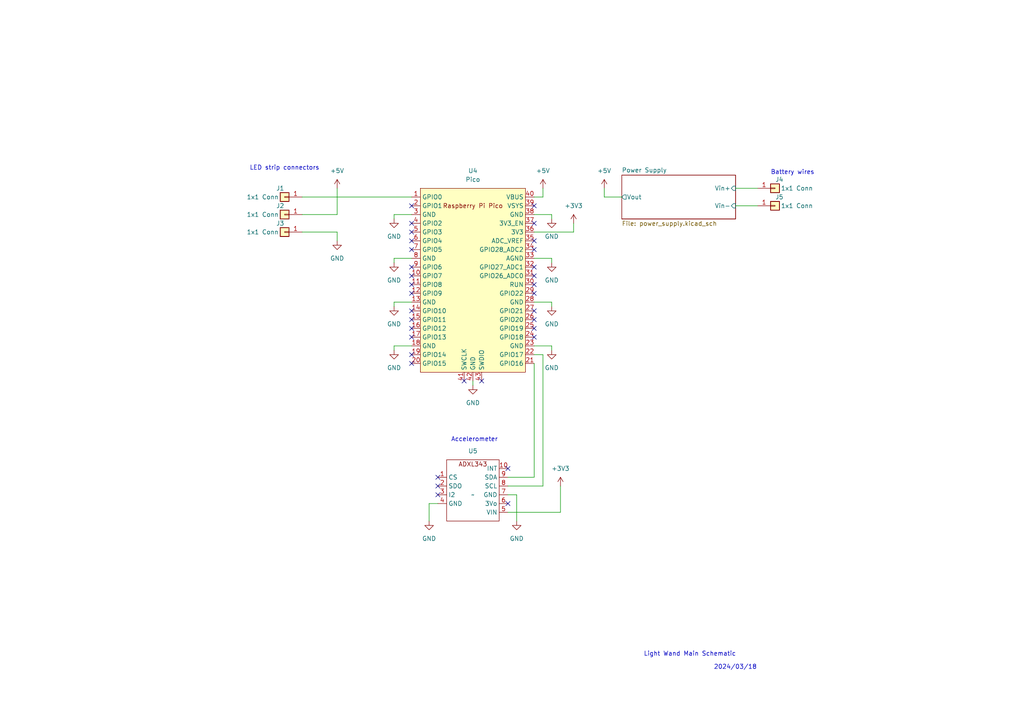
<source format=kicad_sch>
(kicad_sch (version 20230121) (generator eeschema)

  (uuid 1490551a-2c24-45df-b317-45d6c7f84af9)

  (paper "A4")

  (lib_symbols
    (symbol "Connector_Generic:Conn_01x01" (pin_names (offset 1.016) hide) (in_bom yes) (on_board yes)
      (property "Reference" "J" (at 0 2.54 0)
        (effects (font (size 1.27 1.27)))
      )
      (property "Value" "Conn_01x01" (at 0 -2.54 0)
        (effects (font (size 1.27 1.27)))
      )
      (property "Footprint" "" (at 0 0 0)
        (effects (font (size 1.27 1.27)) hide)
      )
      (property "Datasheet" "~" (at 0 0 0)
        (effects (font (size 1.27 1.27)) hide)
      )
      (property "ki_keywords" "connector" (at 0 0 0)
        (effects (font (size 1.27 1.27)) hide)
      )
      (property "ki_description" "Generic connector, single row, 01x01, script generated (kicad-library-utils/schlib/autogen/connector/)" (at 0 0 0)
        (effects (font (size 1.27 1.27)) hide)
      )
      (property "ki_fp_filters" "Connector*:*_1x??_*" (at 0 0 0)
        (effects (font (size 1.27 1.27)) hide)
      )
      (symbol "Conn_01x01_1_1"
        (rectangle (start -1.27 0.127) (end 0 -0.127)
          (stroke (width 0.1524) (type default))
          (fill (type none))
        )
        (rectangle (start -1.27 1.27) (end 1.27 -1.27)
          (stroke (width 0.254) (type default))
          (fill (type background))
        )
        (pin passive line (at -5.08 0 0) (length 3.81)
          (name "Pin_1" (effects (font (size 1.27 1.27))))
          (number "1" (effects (font (size 1.27 1.27))))
        )
      )
    )
    (symbol "MCU_RaspberryPi_and_Boards:Pico" (in_bom yes) (on_board yes)
      (property "Reference" "U" (at -13.97 27.94 0)
        (effects (font (size 1.27 1.27)))
      )
      (property "Value" "Pico" (at 0 19.05 0)
        (effects (font (size 1.27 1.27)))
      )
      (property "Footprint" "RPi_Pico:RPi_Pico_SMD_TH" (at 0 0 90)
        (effects (font (size 1.27 1.27)) hide)
      )
      (property "Datasheet" "" (at 0 0 0)
        (effects (font (size 1.27 1.27)) hide)
      )
      (symbol "Pico_0_0"
        (text "Raspberry Pi Pico" (at 0 21.59 0)
          (effects (font (size 1.27 1.27)))
        )
      )
      (symbol "Pico_0_1"
        (rectangle (start -15.24 26.67) (end 15.24 -26.67)
          (stroke (width 0) (type default))
          (fill (type background))
        )
      )
      (symbol "Pico_1_1"
        (pin bidirectional line (at -17.78 24.13 0) (length 2.54)
          (name "GPIO0" (effects (font (size 1.27 1.27))))
          (number "1" (effects (font (size 1.27 1.27))))
        )
        (pin bidirectional line (at -17.78 1.27 0) (length 2.54)
          (name "GPIO7" (effects (font (size 1.27 1.27))))
          (number "10" (effects (font (size 1.27 1.27))))
        )
        (pin bidirectional line (at -17.78 -1.27 0) (length 2.54)
          (name "GPIO8" (effects (font (size 1.27 1.27))))
          (number "11" (effects (font (size 1.27 1.27))))
        )
        (pin bidirectional line (at -17.78 -3.81 0) (length 2.54)
          (name "GPIO9" (effects (font (size 1.27 1.27))))
          (number "12" (effects (font (size 1.27 1.27))))
        )
        (pin power_in line (at -17.78 -6.35 0) (length 2.54)
          (name "GND" (effects (font (size 1.27 1.27))))
          (number "13" (effects (font (size 1.27 1.27))))
        )
        (pin bidirectional line (at -17.78 -8.89 0) (length 2.54)
          (name "GPIO10" (effects (font (size 1.27 1.27))))
          (number "14" (effects (font (size 1.27 1.27))))
        )
        (pin bidirectional line (at -17.78 -11.43 0) (length 2.54)
          (name "GPIO11" (effects (font (size 1.27 1.27))))
          (number "15" (effects (font (size 1.27 1.27))))
        )
        (pin bidirectional line (at -17.78 -13.97 0) (length 2.54)
          (name "GPIO12" (effects (font (size 1.27 1.27))))
          (number "16" (effects (font (size 1.27 1.27))))
        )
        (pin bidirectional line (at -17.78 -16.51 0) (length 2.54)
          (name "GPIO13" (effects (font (size 1.27 1.27))))
          (number "17" (effects (font (size 1.27 1.27))))
        )
        (pin power_in line (at -17.78 -19.05 0) (length 2.54)
          (name "GND" (effects (font (size 1.27 1.27))))
          (number "18" (effects (font (size 1.27 1.27))))
        )
        (pin bidirectional line (at -17.78 -21.59 0) (length 2.54)
          (name "GPIO14" (effects (font (size 1.27 1.27))))
          (number "19" (effects (font (size 1.27 1.27))))
        )
        (pin bidirectional line (at -17.78 21.59 0) (length 2.54)
          (name "GPIO1" (effects (font (size 1.27 1.27))))
          (number "2" (effects (font (size 1.27 1.27))))
        )
        (pin bidirectional line (at -17.78 -24.13 0) (length 2.54)
          (name "GPIO15" (effects (font (size 1.27 1.27))))
          (number "20" (effects (font (size 1.27 1.27))))
        )
        (pin bidirectional line (at 17.78 -24.13 180) (length 2.54)
          (name "GPIO16" (effects (font (size 1.27 1.27))))
          (number "21" (effects (font (size 1.27 1.27))))
        )
        (pin bidirectional line (at 17.78 -21.59 180) (length 2.54)
          (name "GPIO17" (effects (font (size 1.27 1.27))))
          (number "22" (effects (font (size 1.27 1.27))))
        )
        (pin power_in line (at 17.78 -19.05 180) (length 2.54)
          (name "GND" (effects (font (size 1.27 1.27))))
          (number "23" (effects (font (size 1.27 1.27))))
        )
        (pin bidirectional line (at 17.78 -16.51 180) (length 2.54)
          (name "GPIO18" (effects (font (size 1.27 1.27))))
          (number "24" (effects (font (size 1.27 1.27))))
        )
        (pin bidirectional line (at 17.78 -13.97 180) (length 2.54)
          (name "GPIO19" (effects (font (size 1.27 1.27))))
          (number "25" (effects (font (size 1.27 1.27))))
        )
        (pin bidirectional line (at 17.78 -11.43 180) (length 2.54)
          (name "GPIO20" (effects (font (size 1.27 1.27))))
          (number "26" (effects (font (size 1.27 1.27))))
        )
        (pin bidirectional line (at 17.78 -8.89 180) (length 2.54)
          (name "GPIO21" (effects (font (size 1.27 1.27))))
          (number "27" (effects (font (size 1.27 1.27))))
        )
        (pin power_in line (at 17.78 -6.35 180) (length 2.54)
          (name "GND" (effects (font (size 1.27 1.27))))
          (number "28" (effects (font (size 1.27 1.27))))
        )
        (pin bidirectional line (at 17.78 -3.81 180) (length 2.54)
          (name "GPIO22" (effects (font (size 1.27 1.27))))
          (number "29" (effects (font (size 1.27 1.27))))
        )
        (pin power_in line (at -17.78 19.05 0) (length 2.54)
          (name "GND" (effects (font (size 1.27 1.27))))
          (number "3" (effects (font (size 1.27 1.27))))
        )
        (pin input line (at 17.78 -1.27 180) (length 2.54)
          (name "RUN" (effects (font (size 1.27 1.27))))
          (number "30" (effects (font (size 1.27 1.27))))
        )
        (pin bidirectional line (at 17.78 1.27 180) (length 2.54)
          (name "GPIO26_ADC0" (effects (font (size 1.27 1.27))))
          (number "31" (effects (font (size 1.27 1.27))))
        )
        (pin bidirectional line (at 17.78 3.81 180) (length 2.54)
          (name "GPIO27_ADC1" (effects (font (size 1.27 1.27))))
          (number "32" (effects (font (size 1.27 1.27))))
        )
        (pin power_in line (at 17.78 6.35 180) (length 2.54)
          (name "AGND" (effects (font (size 1.27 1.27))))
          (number "33" (effects (font (size 1.27 1.27))))
        )
        (pin bidirectional line (at 17.78 8.89 180) (length 2.54)
          (name "GPIO28_ADC2" (effects (font (size 1.27 1.27))))
          (number "34" (effects (font (size 1.27 1.27))))
        )
        (pin power_in line (at 17.78 11.43 180) (length 2.54)
          (name "ADC_VREF" (effects (font (size 1.27 1.27))))
          (number "35" (effects (font (size 1.27 1.27))))
        )
        (pin power_in line (at 17.78 13.97 180) (length 2.54)
          (name "3V3" (effects (font (size 1.27 1.27))))
          (number "36" (effects (font (size 1.27 1.27))))
        )
        (pin input line (at 17.78 16.51 180) (length 2.54)
          (name "3V3_EN" (effects (font (size 1.27 1.27))))
          (number "37" (effects (font (size 1.27 1.27))))
        )
        (pin bidirectional line (at 17.78 19.05 180) (length 2.54)
          (name "GND" (effects (font (size 1.27 1.27))))
          (number "38" (effects (font (size 1.27 1.27))))
        )
        (pin power_in line (at 17.78 21.59 180) (length 2.54)
          (name "VSYS" (effects (font (size 1.27 1.27))))
          (number "39" (effects (font (size 1.27 1.27))))
        )
        (pin bidirectional line (at -17.78 16.51 0) (length 2.54)
          (name "GPIO2" (effects (font (size 1.27 1.27))))
          (number "4" (effects (font (size 1.27 1.27))))
        )
        (pin power_in line (at 17.78 24.13 180) (length 2.54)
          (name "VBUS" (effects (font (size 1.27 1.27))))
          (number "40" (effects (font (size 1.27 1.27))))
        )
        (pin input line (at -2.54 -29.21 90) (length 2.54)
          (name "SWCLK" (effects (font (size 1.27 1.27))))
          (number "41" (effects (font (size 1.27 1.27))))
        )
        (pin power_in line (at 0 -29.21 90) (length 2.54)
          (name "GND" (effects (font (size 1.27 1.27))))
          (number "42" (effects (font (size 1.27 1.27))))
        )
        (pin bidirectional line (at 2.54 -29.21 90) (length 2.54)
          (name "SWDIO" (effects (font (size 1.27 1.27))))
          (number "43" (effects (font (size 1.27 1.27))))
        )
        (pin bidirectional line (at -17.78 13.97 0) (length 2.54)
          (name "GPIO3" (effects (font (size 1.27 1.27))))
          (number "5" (effects (font (size 1.27 1.27))))
        )
        (pin bidirectional line (at -17.78 11.43 0) (length 2.54)
          (name "GPIO4" (effects (font (size 1.27 1.27))))
          (number "6" (effects (font (size 1.27 1.27))))
        )
        (pin bidirectional line (at -17.78 8.89 0) (length 2.54)
          (name "GPIO5" (effects (font (size 1.27 1.27))))
          (number "7" (effects (font (size 1.27 1.27))))
        )
        (pin power_in line (at -17.78 6.35 0) (length 2.54)
          (name "GND" (effects (font (size 1.27 1.27))))
          (number "8" (effects (font (size 1.27 1.27))))
        )
        (pin bidirectional line (at -17.78 3.81 0) (length 2.54)
          (name "GPIO6" (effects (font (size 1.27 1.27))))
          (number "9" (effects (font (size 1.27 1.27))))
        )
      )
    )
    (symbol "light_wand_library:ADXL343_Breakout" (in_bom yes) (on_board yes)
      (property "Reference" "U" (at 0 11.43 0)
        (effects (font (size 1.27 1.27)))
      )
      (property "Value" "" (at 0 0 0)
        (effects (font (size 1.27 1.27)))
      )
      (property "Footprint" "light_wand_footprints:ADXL343_Breakout_ThruHole" (at 1.27 -8.89 0)
        (effects (font (size 1.27 1.27)) hide)
      )
      (property "Datasheet" "" (at 0 0 0)
        (effects (font (size 1.27 1.27)) hide)
      )
      (symbol "ADXL343_Breakout_0_1"
        (rectangle (start -7.62 10.16) (end 7.62 -7.62)
          (stroke (width 0) (type default))
          (fill (type none))
        )
      )
      (symbol "ADXL343_Breakout_1_1"
        (text "ADXL343\n" (at 0 8.89 0)
          (effects (font (size 1.27 1.27)))
        )
        (pin input line (at -10.16 5.08 0) (length 2.54)
          (name "CS" (effects (font (size 1.27 1.27))))
          (number "1" (effects (font (size 1.27 1.27))))
        )
        (pin input line (at 10.16 7.62 180) (length 2.54)
          (name "INT" (effects (font (size 1.27 1.27))))
          (number "10" (effects (font (size 1.27 1.27))))
        )
        (pin input line (at -10.16 2.54 0) (length 2.54)
          (name "SDO" (effects (font (size 1.27 1.27))))
          (number "2" (effects (font (size 1.27 1.27))))
        )
        (pin input line (at -10.16 0 0) (length 2.54)
          (name "I2" (effects (font (size 1.27 1.27))))
          (number "3" (effects (font (size 1.27 1.27))))
        )
        (pin input line (at -10.16 -2.54 0) (length 2.54)
          (name "GND" (effects (font (size 1.27 1.27))))
          (number "4" (effects (font (size 1.27 1.27))))
        )
        (pin input line (at 10.16 -5.08 180) (length 2.54)
          (name "VIN" (effects (font (size 1.27 1.27))))
          (number "5" (effects (font (size 1.27 1.27))))
        )
        (pin input line (at 10.16 -2.54 180) (length 2.54)
          (name "3Vo" (effects (font (size 1.27 1.27))))
          (number "6" (effects (font (size 1.27 1.27))))
        )
        (pin input line (at 10.16 0 180) (length 2.54)
          (name "GND" (effects (font (size 1.27 1.27))))
          (number "7" (effects (font (size 1.27 1.27))))
        )
        (pin input line (at 10.16 2.54 180) (length 2.54)
          (name "SCL" (effects (font (size 1.27 1.27))))
          (number "8" (effects (font (size 1.27 1.27))))
        )
        (pin input line (at 10.16 5.08 180) (length 2.54)
          (name "SDA" (effects (font (size 1.27 1.27))))
          (number "9" (effects (font (size 1.27 1.27))))
        )
      )
    )
    (symbol "power:+3V3" (power) (pin_names (offset 0)) (in_bom yes) (on_board yes)
      (property "Reference" "#PWR" (at 0 -3.81 0)
        (effects (font (size 1.27 1.27)) hide)
      )
      (property "Value" "+3V3" (at 0 3.556 0)
        (effects (font (size 1.27 1.27)))
      )
      (property "Footprint" "" (at 0 0 0)
        (effects (font (size 1.27 1.27)) hide)
      )
      (property "Datasheet" "" (at 0 0 0)
        (effects (font (size 1.27 1.27)) hide)
      )
      (property "ki_keywords" "global power" (at 0 0 0)
        (effects (font (size 1.27 1.27)) hide)
      )
      (property "ki_description" "Power symbol creates a global label with name \"+3V3\"" (at 0 0 0)
        (effects (font (size 1.27 1.27)) hide)
      )
      (symbol "+3V3_0_1"
        (polyline
          (pts
            (xy -0.762 1.27)
            (xy 0 2.54)
          )
          (stroke (width 0) (type default))
          (fill (type none))
        )
        (polyline
          (pts
            (xy 0 0)
            (xy 0 2.54)
          )
          (stroke (width 0) (type default))
          (fill (type none))
        )
        (polyline
          (pts
            (xy 0 2.54)
            (xy 0.762 1.27)
          )
          (stroke (width 0) (type default))
          (fill (type none))
        )
      )
      (symbol "+3V3_1_1"
        (pin power_in line (at 0 0 90) (length 0) hide
          (name "+3V3" (effects (font (size 1.27 1.27))))
          (number "1" (effects (font (size 1.27 1.27))))
        )
      )
    )
    (symbol "power:+5V" (power) (pin_names (offset 0)) (in_bom yes) (on_board yes)
      (property "Reference" "#PWR" (at 0 -3.81 0)
        (effects (font (size 1.27 1.27)) hide)
      )
      (property "Value" "+5V" (at 0 3.556 0)
        (effects (font (size 1.27 1.27)))
      )
      (property "Footprint" "" (at 0 0 0)
        (effects (font (size 1.27 1.27)) hide)
      )
      (property "Datasheet" "" (at 0 0 0)
        (effects (font (size 1.27 1.27)) hide)
      )
      (property "ki_keywords" "global power" (at 0 0 0)
        (effects (font (size 1.27 1.27)) hide)
      )
      (property "ki_description" "Power symbol creates a global label with name \"+5V\"" (at 0 0 0)
        (effects (font (size 1.27 1.27)) hide)
      )
      (symbol "+5V_0_1"
        (polyline
          (pts
            (xy -0.762 1.27)
            (xy 0 2.54)
          )
          (stroke (width 0) (type default))
          (fill (type none))
        )
        (polyline
          (pts
            (xy 0 0)
            (xy 0 2.54)
          )
          (stroke (width 0) (type default))
          (fill (type none))
        )
        (polyline
          (pts
            (xy 0 2.54)
            (xy 0.762 1.27)
          )
          (stroke (width 0) (type default))
          (fill (type none))
        )
      )
      (symbol "+5V_1_1"
        (pin power_in line (at 0 0 90) (length 0) hide
          (name "+5V" (effects (font (size 1.27 1.27))))
          (number "1" (effects (font (size 1.27 1.27))))
        )
      )
    )
    (symbol "power:GND" (power) (pin_names (offset 0)) (in_bom yes) (on_board yes)
      (property "Reference" "#PWR" (at 0 -6.35 0)
        (effects (font (size 1.27 1.27)) hide)
      )
      (property "Value" "GND" (at 0 -3.81 0)
        (effects (font (size 1.27 1.27)))
      )
      (property "Footprint" "" (at 0 0 0)
        (effects (font (size 1.27 1.27)) hide)
      )
      (property "Datasheet" "" (at 0 0 0)
        (effects (font (size 1.27 1.27)) hide)
      )
      (property "ki_keywords" "global power" (at 0 0 0)
        (effects (font (size 1.27 1.27)) hide)
      )
      (property "ki_description" "Power symbol creates a global label with name \"GND\" , ground" (at 0 0 0)
        (effects (font (size 1.27 1.27)) hide)
      )
      (symbol "GND_0_1"
        (polyline
          (pts
            (xy 0 0)
            (xy 0 -1.27)
            (xy 1.27 -1.27)
            (xy 0 -2.54)
            (xy -1.27 -1.27)
            (xy 0 -1.27)
          )
          (stroke (width 0) (type default))
          (fill (type none))
        )
      )
      (symbol "GND_1_1"
        (pin power_in line (at 0 0 270) (length 0) hide
          (name "GND" (effects (font (size 1.27 1.27))))
          (number "1" (effects (font (size 1.27 1.27))))
        )
      )
    )
  )


  (no_connect (at 134.62 110.49) (uuid 0b16ed30-8f47-4c12-9940-87fa9dc8b802))
  (no_connect (at 139.7 110.49) (uuid 0dc7cc41-c638-4a86-a086-e10fb63f4aed))
  (no_connect (at 119.38 102.87) (uuid 142135c4-2b3c-42e3-a115-077067049e1c))
  (no_connect (at 154.94 72.39) (uuid 1cb9af19-21a9-49d0-9054-60a68a02e2a7))
  (no_connect (at 147.32 146.05) (uuid 2a9f7d8e-98ca-41f1-8373-43c25adca330))
  (no_connect (at 154.94 64.77) (uuid 361970ae-6789-4346-b452-9aefca5d8a42))
  (no_connect (at 119.38 69.85) (uuid 3f15c94e-6146-4d3a-b4a4-9e04bd97ed94))
  (no_connect (at 154.94 82.55) (uuid 45ad3946-7e52-4231-8883-dd0af976cab4))
  (no_connect (at 119.38 67.31) (uuid 4ba345ba-c0da-48cc-8677-e4eae88390aa))
  (no_connect (at 119.38 80.01) (uuid 514b357a-08e4-42d5-80ed-f60c4e00567c))
  (no_connect (at 154.94 92.71) (uuid 520288a0-70d9-418c-9a4d-be5bcfa9880e))
  (no_connect (at 127 143.51) (uuid 56599257-9fdd-4166-b56a-c2a4a7e84d71))
  (no_connect (at 119.38 59.69) (uuid 56f96f85-9191-4d14-9487-642a59af48f4))
  (no_connect (at 154.94 90.17) (uuid 67b01fc6-589c-4b62-856d-ceaa3c548c9f))
  (no_connect (at 154.94 80.01) (uuid 70e7306b-5a22-4167-93ac-358312bf601e))
  (no_connect (at 119.38 85.09) (uuid 710da21d-d228-4a6e-9ccf-86e5288575d8))
  (no_connect (at 119.38 97.79) (uuid 7cf3da80-c6bb-4e66-9128-793176bc89cd))
  (no_connect (at 154.94 85.09) (uuid 850e1911-98d7-4465-9fef-a754f4330f18))
  (no_connect (at 119.38 95.25) (uuid 904584ae-5887-4d52-bb35-470ff56ec009))
  (no_connect (at 127 138.43) (uuid 91869b49-1693-47cf-9833-fade023b574c))
  (no_connect (at 119.38 90.17) (uuid 930b0f5e-8774-4661-8bf2-131131758c07))
  (no_connect (at 154.94 59.69) (uuid 9a10b635-4cdd-40f6-b0d6-5892288b5158))
  (no_connect (at 147.32 135.89) (uuid 9a589e0a-f6c5-4dbf-aa83-6380039fa84a))
  (no_connect (at 154.94 97.79) (uuid 9b582cde-0a73-4f82-b92b-d19b1fb3d549))
  (no_connect (at 119.38 64.77) (uuid a9032ed2-c768-4ce7-815a-cce5646807bb))
  (no_connect (at 154.94 95.25) (uuid b6ace2df-6107-4dd5-847a-37334ecf792b))
  (no_connect (at 119.38 72.39) (uuid bc33228b-2848-415e-90c5-ed5dab788546))
  (no_connect (at 154.94 77.47) (uuid cc6406a8-278d-40e0-8ce7-af22599086fc))
  (no_connect (at 119.38 77.47) (uuid de04a049-eaad-4efd-96f6-e8c13ac99ba9))
  (no_connect (at 127 140.97) (uuid e6376d6d-c0df-4b0c-9dfc-5564f4e61902))
  (no_connect (at 154.94 69.85) (uuid eff0ec0d-69c6-496c-bf49-93b806427f37))
  (no_connect (at 119.38 105.41) (uuid f480a5c9-e086-46b0-b127-5babcc078268))
  (no_connect (at 119.38 82.55) (uuid fbb393c7-c5ec-4504-bd7d-12cf3d272787))
  (no_connect (at 119.38 92.71) (uuid fbdb4ced-fb18-4288-9bed-5c154eeef489))

  (wire (pts (xy 97.79 69.85) (xy 97.79 67.31))
    (stroke (width 0) (type default))
    (uuid 005d66ca-cd9f-4587-82a6-8e2f3b088012)
  )
  (wire (pts (xy 157.48 140.97) (xy 147.32 140.97))
    (stroke (width 0) (type default))
    (uuid 006a59ae-c3ca-4c22-87ad-306c1c8ce68b)
  )
  (wire (pts (xy 114.3 74.93) (xy 114.3 76.2))
    (stroke (width 0) (type default))
    (uuid 15bac689-43a6-49ee-b9ae-478fbad74109)
  )
  (wire (pts (xy 87.63 57.15) (xy 119.38 57.15))
    (stroke (width 0) (type default))
    (uuid 1a1504c7-321a-483a-b10a-794ab889b75e)
  )
  (wire (pts (xy 114.3 87.63) (xy 114.3 88.9))
    (stroke (width 0) (type default))
    (uuid 1e92134c-5d70-4fa1-a23a-249077c5f144)
  )
  (wire (pts (xy 166.37 67.31) (xy 166.37 64.77))
    (stroke (width 0) (type default))
    (uuid 234ae023-ec37-48df-9b2a-152bf30aea85)
  )
  (wire (pts (xy 154.94 67.31) (xy 166.37 67.31))
    (stroke (width 0) (type default))
    (uuid 23a51f7b-34b4-4ca7-9f13-e7320193119a)
  )
  (wire (pts (xy 114.3 100.33) (xy 114.3 101.6))
    (stroke (width 0) (type default))
    (uuid 28aeb500-b660-4a63-bd16-f4e8f6ade4fb)
  )
  (wire (pts (xy 160.02 101.6) (xy 160.02 100.33))
    (stroke (width 0) (type default))
    (uuid 29df7c6e-9a77-40f5-a998-82c638b9deef)
  )
  (wire (pts (xy 160.02 63.5) (xy 160.02 62.23))
    (stroke (width 0) (type default))
    (uuid 2a5b7358-b7b0-4dc8-bd13-2644a11377ad)
  )
  (wire (pts (xy 137.16 111.76) (xy 137.16 110.49))
    (stroke (width 0) (type default))
    (uuid 3327021c-caa7-42f1-8a65-f31e9f2eb85e)
  )
  (wire (pts (xy 127 146.05) (xy 124.46 146.05))
    (stroke (width 0) (type default))
    (uuid 344a4cc4-f073-4a16-ae8f-d44efb33a377)
  )
  (wire (pts (xy 97.79 54.61) (xy 97.79 62.23))
    (stroke (width 0) (type default))
    (uuid 466ae101-6405-41da-b107-b79fba43f75b)
  )
  (wire (pts (xy 154.94 102.87) (xy 157.48 102.87))
    (stroke (width 0) (type default))
    (uuid 4ab31880-a2be-43c6-a963-2a6e8a3c4f08)
  )
  (wire (pts (xy 114.3 87.63) (xy 119.38 87.63))
    (stroke (width 0) (type default))
    (uuid 522835f0-82c1-4a3c-8813-2288bd496652)
  )
  (wire (pts (xy 160.02 87.63) (xy 154.94 87.63))
    (stroke (width 0) (type default))
    (uuid 556f6f17-aa16-4733-adba-6b8fdd8755c4)
  )
  (wire (pts (xy 114.3 74.93) (xy 119.38 74.93))
    (stroke (width 0) (type default))
    (uuid 581fe20c-e43f-4ecd-96c2-cc6f5573bb50)
  )
  (wire (pts (xy 157.48 54.61) (xy 157.48 57.15))
    (stroke (width 0) (type default))
    (uuid 5b5529e1-bb51-41ed-8bcd-ebf7818feb53)
  )
  (wire (pts (xy 154.94 138.43) (xy 147.32 138.43))
    (stroke (width 0) (type default))
    (uuid 745e5173-d231-41a0-a96f-b74d6827495e)
  )
  (wire (pts (xy 149.86 143.51) (xy 149.86 151.13))
    (stroke (width 0) (type default))
    (uuid 77658123-d285-4265-b0cf-7448484e7212)
  )
  (wire (pts (xy 160.02 88.9) (xy 160.02 87.63))
    (stroke (width 0) (type default))
    (uuid 7c893bb0-c3d2-4f28-8c3d-80c152832622)
  )
  (wire (pts (xy 160.02 62.23) (xy 154.94 62.23))
    (stroke (width 0) (type default))
    (uuid 7da6d8eb-8e63-433a-a605-ca6c9b3ee439)
  )
  (wire (pts (xy 160.02 100.33) (xy 154.94 100.33))
    (stroke (width 0) (type default))
    (uuid 7de2facf-7e69-42f9-bf5d-12adc9aedbdc)
  )
  (wire (pts (xy 175.26 54.61) (xy 175.26 57.15))
    (stroke (width 0) (type default))
    (uuid 91de4849-f192-4b02-a274-13b09284e622)
  )
  (wire (pts (xy 157.48 57.15) (xy 154.94 57.15))
    (stroke (width 0) (type default))
    (uuid 9296036f-d67c-4cba-b6a9-776b366d966e)
  )
  (wire (pts (xy 124.46 146.05) (xy 124.46 151.13))
    (stroke (width 0) (type default))
    (uuid abb4e016-bf53-4795-8e13-9d592ae50a90)
  )
  (wire (pts (xy 160.02 74.93) (xy 154.94 74.93))
    (stroke (width 0) (type default))
    (uuid ae17ad2e-ff78-4edc-9274-17d0a4059cc7)
  )
  (wire (pts (xy 147.32 148.59) (xy 162.56 148.59))
    (stroke (width 0) (type default))
    (uuid b085d6b1-3f20-458e-bc28-eb2dff21c246)
  )
  (wire (pts (xy 87.63 67.31) (xy 97.79 67.31))
    (stroke (width 0) (type default))
    (uuid c5fc73ad-44c9-4062-9569-fad053df7a7e)
  )
  (wire (pts (xy 213.36 54.61) (xy 219.71 54.61))
    (stroke (width 0) (type default))
    (uuid c7980251-79d9-4ce7-b6c9-078091bf10d9)
  )
  (wire (pts (xy 162.56 140.97) (xy 162.56 148.59))
    (stroke (width 0) (type default))
    (uuid d376493c-083d-4271-b1b9-8de8ea6a995d)
  )
  (wire (pts (xy 213.36 59.69) (xy 219.71 59.69))
    (stroke (width 0) (type default))
    (uuid d4026adb-a1c3-4106-8f45-a48310bf77a4)
  )
  (wire (pts (xy 114.3 100.33) (xy 119.38 100.33))
    (stroke (width 0) (type default))
    (uuid de4234ea-1572-432f-b2f5-2b6a34ea712c)
  )
  (wire (pts (xy 175.26 57.15) (xy 180.34 57.15))
    (stroke (width 0) (type default))
    (uuid df1dd207-19b1-4005-adef-9f232906df49)
  )
  (wire (pts (xy 114.3 62.23) (xy 114.3 63.5))
    (stroke (width 0) (type default))
    (uuid e177954c-76ac-41e9-8a92-5d55d3ad8c3c)
  )
  (wire (pts (xy 147.32 143.51) (xy 149.86 143.51))
    (stroke (width 0) (type default))
    (uuid eca51e03-b777-4383-8cd7-b9e93b10a65b)
  )
  (wire (pts (xy 87.63 62.23) (xy 97.79 62.23))
    (stroke (width 0) (type default))
    (uuid edbabff0-0b5f-4d75-a0d4-aba3b610ba61)
  )
  (wire (pts (xy 114.3 62.23) (xy 119.38 62.23))
    (stroke (width 0) (type default))
    (uuid ee971e5d-ea9f-439a-8904-7fe72b8bbd53)
  )
  (wire (pts (xy 157.48 102.87) (xy 157.48 140.97))
    (stroke (width 0) (type default))
    (uuid ef201f73-2517-4558-af3f-9e630d69bb70)
  )
  (wire (pts (xy 154.94 105.41) (xy 154.94 138.43))
    (stroke (width 0) (type default))
    (uuid f8aadcee-8cdd-4a06-a850-97238213491a)
  )
  (wire (pts (xy 160.02 76.2) (xy 160.02 74.93))
    (stroke (width 0) (type default))
    (uuid fefd7ada-7d10-4df9-9c4e-a3bf7c8139b7)
  )

  (text "LED strip connectors" (at 72.39 49.53 0)
    (effects (font (size 1.27 1.27)) (justify left bottom))
    (uuid 0a3f2345-e477-41b9-aa13-275b00e3cbb2)
  )
  (text "Accelerometer" (at 130.81 128.27 0)
    (effects (font (size 1.27 1.27)) (justify left bottom))
    (uuid 208c0848-b23c-4c2a-98b6-145d0d227d5b)
  )
  (text "Battery wires" (at 223.52 50.8 0)
    (effects (font (size 1.27 1.27)) (justify left bottom))
    (uuid 23624a4b-7e4d-482c-b47d-4782b3d4fa92)
  )
  (text "Light Wand Main Schematic" (at 186.69 190.5 0)
    (effects (font (size 1.27 1.27)) (justify left bottom))
    (uuid 414d0a89-86bb-478e-b11d-89e3ca8436b7)
  )
  (text "2024/03/18" (at 207.01 194.31 0)
    (effects (font (size 1.27 1.27)) (justify left bottom))
    (uuid 8e6c544a-9fa6-4322-93c0-5bc9dc4da813)
  )

  (symbol (lib_id "power:GND") (at 114.3 63.5 0) (unit 1)
    (in_bom yes) (on_board yes) (dnp no) (fields_autoplaced)
    (uuid 1963b477-1027-48c7-a5a5-45b54c689b38)
    (property "Reference" "#PWR018" (at 114.3 69.85 0)
      (effects (font (size 1.27 1.27)) hide)
    )
    (property "Value" "GND" (at 114.3 68.58 0)
      (effects (font (size 1.27 1.27)))
    )
    (property "Footprint" "" (at 114.3 63.5 0)
      (effects (font (size 1.27 1.27)) hide)
    )
    (property "Datasheet" "" (at 114.3 63.5 0)
      (effects (font (size 1.27 1.27)) hide)
    )
    (pin "1" (uuid 9ebb50d2-a029-4c3d-a13f-97dd149daecd))
    (instances
      (project "light_wand"
        (path "/1490551a-2c24-45df-b317-45d6c7f84af9"
          (reference "#PWR018") (unit 1)
        )
      )
    )
  )

  (symbol (lib_id "power:GND") (at 160.02 63.5 0) (unit 1)
    (in_bom yes) (on_board yes) (dnp no) (fields_autoplaced)
    (uuid 1b535a68-95e8-452b-aab6-0dbfdaf8ec74)
    (property "Reference" "#PWR012" (at 160.02 69.85 0)
      (effects (font (size 1.27 1.27)) hide)
    )
    (property "Value" "GND" (at 160.02 68.58 0)
      (effects (font (size 1.27 1.27)))
    )
    (property "Footprint" "" (at 160.02 63.5 0)
      (effects (font (size 1.27 1.27)) hide)
    )
    (property "Datasheet" "" (at 160.02 63.5 0)
      (effects (font (size 1.27 1.27)) hide)
    )
    (pin "1" (uuid 46759555-1f5a-4c8a-a9c9-ca0f1742d970))
    (instances
      (project "light_wand"
        (path "/1490551a-2c24-45df-b317-45d6c7f84af9"
          (reference "#PWR012") (unit 1)
        )
      )
    )
  )

  (symbol (lib_id "power:GND") (at 160.02 76.2 0) (unit 1)
    (in_bom yes) (on_board yes) (dnp no) (fields_autoplaced)
    (uuid 1d452d12-cf0f-47b3-958f-8cc16b3d0b13)
    (property "Reference" "#PWR019" (at 160.02 82.55 0)
      (effects (font (size 1.27 1.27)) hide)
    )
    (property "Value" "GND" (at 160.02 81.28 0)
      (effects (font (size 1.27 1.27)))
    )
    (property "Footprint" "" (at 160.02 76.2 0)
      (effects (font (size 1.27 1.27)) hide)
    )
    (property "Datasheet" "" (at 160.02 76.2 0)
      (effects (font (size 1.27 1.27)) hide)
    )
    (pin "1" (uuid abd56507-d6b0-4faa-8d50-bffbc874d635))
    (instances
      (project "light_wand"
        (path "/1490551a-2c24-45df-b317-45d6c7f84af9"
          (reference "#PWR019") (unit 1)
        )
      )
    )
  )

  (symbol (lib_id "power:GND") (at 97.79 69.85 0) (unit 1)
    (in_bom yes) (on_board yes) (dnp no) (fields_autoplaced)
    (uuid 51b4f825-05c0-4418-90ee-7b4536dd96a5)
    (property "Reference" "#PWR024" (at 97.79 76.2 0)
      (effects (font (size 1.27 1.27)) hide)
    )
    (property "Value" "GND" (at 97.79 74.93 0)
      (effects (font (size 1.27 1.27)))
    )
    (property "Footprint" "" (at 97.79 69.85 0)
      (effects (font (size 1.27 1.27)) hide)
    )
    (property "Datasheet" "" (at 97.79 69.85 0)
      (effects (font (size 1.27 1.27)) hide)
    )
    (pin "1" (uuid 60614e38-e2c0-445d-acee-947bb574bf74))
    (instances
      (project "light_wand"
        (path "/1490551a-2c24-45df-b317-45d6c7f84af9"
          (reference "#PWR024") (unit 1)
        )
      )
    )
  )

  (symbol (lib_id "power:+5V") (at 157.48 54.61 0) (unit 1)
    (in_bom yes) (on_board yes) (dnp no) (fields_autoplaced)
    (uuid 51c092de-cbee-4b57-9514-2c97d921c93c)
    (property "Reference" "#PWR021" (at 157.48 58.42 0)
      (effects (font (size 1.27 1.27)) hide)
    )
    (property "Value" "+5V" (at 157.48 49.53 0)
      (effects (font (size 1.27 1.27)))
    )
    (property "Footprint" "" (at 157.48 54.61 0)
      (effects (font (size 1.27 1.27)) hide)
    )
    (property "Datasheet" "" (at 157.48 54.61 0)
      (effects (font (size 1.27 1.27)) hide)
    )
    (pin "1" (uuid 36886dbc-3083-4327-841c-a9ace1141d94))
    (instances
      (project "light_wand"
        (path "/1490551a-2c24-45df-b317-45d6c7f84af9"
          (reference "#PWR021") (unit 1)
        )
      )
    )
  )

  (symbol (lib_id "power:GND") (at 114.3 101.6 0) (unit 1)
    (in_bom yes) (on_board yes) (dnp no) (fields_autoplaced)
    (uuid 552e6e5f-dcce-4ab7-b5f7-f8ab9f4b5503)
    (property "Reference" "#PWR015" (at 114.3 107.95 0)
      (effects (font (size 1.27 1.27)) hide)
    )
    (property "Value" "GND" (at 114.3 106.68 0)
      (effects (font (size 1.27 1.27)))
    )
    (property "Footprint" "" (at 114.3 101.6 0)
      (effects (font (size 1.27 1.27)) hide)
    )
    (property "Datasheet" "" (at 114.3 101.6 0)
      (effects (font (size 1.27 1.27)) hide)
    )
    (pin "1" (uuid 0b4691c5-1d33-4272-807d-245d9e074932))
    (instances
      (project "light_wand"
        (path "/1490551a-2c24-45df-b317-45d6c7f84af9"
          (reference "#PWR015") (unit 1)
        )
      )
    )
  )

  (symbol (lib_id "power:GND") (at 149.86 151.13 0) (unit 1)
    (in_bom yes) (on_board yes) (dnp no) (fields_autoplaced)
    (uuid 5c4dc83b-84b3-4f3d-bb1b-d9c1ccd45803)
    (property "Reference" "#PWR05" (at 149.86 157.48 0)
      (effects (font (size 1.27 1.27)) hide)
    )
    (property "Value" "GND" (at 149.86 156.21 0)
      (effects (font (size 1.27 1.27)))
    )
    (property "Footprint" "" (at 149.86 151.13 0)
      (effects (font (size 1.27 1.27)) hide)
    )
    (property "Datasheet" "" (at 149.86 151.13 0)
      (effects (font (size 1.27 1.27)) hide)
    )
    (pin "1" (uuid ea6f65e0-1d93-4988-b276-aa66a502ebf5))
    (instances
      (project "light_wand"
        (path "/1490551a-2c24-45df-b317-45d6c7f84af9"
          (reference "#PWR05") (unit 1)
        )
      )
    )
  )

  (symbol (lib_id "Connector_Generic:Conn_01x01") (at 224.79 59.69 0) (mirror x) (unit 1)
    (in_bom yes) (on_board yes) (dnp no)
    (uuid 73f29ed9-9f35-4755-a16c-c884984d0e5e)
    (property "Reference" "J5" (at 226.06 57.15 0)
      (effects (font (size 1.27 1.27)))
    )
    (property "Value" "1x1 Conn" (at 231.14 59.69 0)
      (effects (font (size 1.27 1.27)))
    )
    (property "Footprint" "Connector_Wire:SolderWire-0.5sqmm_1x01_D0.9mm_OD2.1mm" (at 224.79 59.69 0)
      (effects (font (size 1.27 1.27)) hide)
    )
    (property "Datasheet" "~" (at 224.79 59.69 0)
      (effects (font (size 1.27 1.27)) hide)
    )
    (pin "1" (uuid 05446f87-b6ae-4b0d-bfcd-17906e306fa8))
    (instances
      (project "light_wand"
        (path "/1490551a-2c24-45df-b317-45d6c7f84af9"
          (reference "J5") (unit 1)
        )
      )
    )
  )

  (symbol (lib_id "power:GND") (at 137.16 111.76 0) (unit 1)
    (in_bom yes) (on_board yes) (dnp no) (fields_autoplaced)
    (uuid 79593647-a3b0-4ec3-91c0-0ae4bc43aada)
    (property "Reference" "#PWR07" (at 137.16 118.11 0)
      (effects (font (size 1.27 1.27)) hide)
    )
    (property "Value" "GND" (at 137.16 116.84 0)
      (effects (font (size 1.27 1.27)))
    )
    (property "Footprint" "" (at 137.16 111.76 0)
      (effects (font (size 1.27 1.27)) hide)
    )
    (property "Datasheet" "" (at 137.16 111.76 0)
      (effects (font (size 1.27 1.27)) hide)
    )
    (pin "1" (uuid 63532d72-7328-456c-9084-2c273dcc6339))
    (instances
      (project "light_wand"
        (path "/1490551a-2c24-45df-b317-45d6c7f84af9"
          (reference "#PWR07") (unit 1)
        )
      )
    )
  )

  (symbol (lib_id "Connector_Generic:Conn_01x01") (at 82.55 62.23 180) (unit 1)
    (in_bom yes) (on_board yes) (dnp no)
    (uuid 7c733cb2-9936-4b6a-b30c-3a65012e989e)
    (property "Reference" "J2" (at 81.28 59.69 0)
      (effects (font (size 1.27 1.27)))
    )
    (property "Value" "1x1 Conn" (at 76.2 62.23 0)
      (effects (font (size 1.27 1.27)))
    )
    (property "Footprint" "Connector_Wire:SolderWire-0.5sqmm_1x01_D0.9mm_OD2.1mm" (at 82.55 62.23 0)
      (effects (font (size 1.27 1.27)) hide)
    )
    (property "Datasheet" "~" (at 82.55 62.23 0)
      (effects (font (size 1.27 1.27)) hide)
    )
    (pin "1" (uuid 37e04599-2500-451f-a7ec-9348af63152d))
    (instances
      (project "light_wand"
        (path "/1490551a-2c24-45df-b317-45d6c7f84af9"
          (reference "J2") (unit 1)
        )
      )
    )
  )

  (symbol (lib_id "power:GND") (at 160.02 88.9 0) (unit 1)
    (in_bom yes) (on_board yes) (dnp no) (fields_autoplaced)
    (uuid 85affd65-be3d-4ebb-90be-837125ad5f5d)
    (property "Reference" "#PWR013" (at 160.02 95.25 0)
      (effects (font (size 1.27 1.27)) hide)
    )
    (property "Value" "GND" (at 160.02 93.98 0)
      (effects (font (size 1.27 1.27)))
    )
    (property "Footprint" "" (at 160.02 88.9 0)
      (effects (font (size 1.27 1.27)) hide)
    )
    (property "Datasheet" "" (at 160.02 88.9 0)
      (effects (font (size 1.27 1.27)) hide)
    )
    (pin "1" (uuid 798268b8-a1a6-4e58-9f6f-82044418cace))
    (instances
      (project "light_wand"
        (path "/1490551a-2c24-45df-b317-45d6c7f84af9"
          (reference "#PWR013") (unit 1)
        )
      )
    )
  )

  (symbol (lib_id "power:+3V3") (at 166.37 64.77 0) (unit 1)
    (in_bom yes) (on_board yes) (dnp no) (fields_autoplaced)
    (uuid 9978ec28-de8a-4eb4-b9fe-cac8cf7b9000)
    (property "Reference" "#PWR022" (at 166.37 68.58 0)
      (effects (font (size 1.27 1.27)) hide)
    )
    (property "Value" "+3V3" (at 166.37 59.69 0)
      (effects (font (size 1.27 1.27)))
    )
    (property "Footprint" "" (at 166.37 64.77 0)
      (effects (font (size 1.27 1.27)) hide)
    )
    (property "Datasheet" "" (at 166.37 64.77 0)
      (effects (font (size 1.27 1.27)) hide)
    )
    (pin "1" (uuid dd2e0906-08e0-495b-9514-5e330e13c18d))
    (instances
      (project "light_wand"
        (path "/1490551a-2c24-45df-b317-45d6c7f84af9"
          (reference "#PWR022") (unit 1)
        )
      )
    )
  )

  (symbol (lib_id "power:+3V3") (at 162.56 140.97 0) (unit 1)
    (in_bom yes) (on_board yes) (dnp no) (fields_autoplaced)
    (uuid 99dfc2b6-2a45-4e8e-be14-bc681de8211a)
    (property "Reference" "#PWR04" (at 162.56 144.78 0)
      (effects (font (size 1.27 1.27)) hide)
    )
    (property "Value" "+3V3" (at 162.56 135.89 0)
      (effects (font (size 1.27 1.27)))
    )
    (property "Footprint" "" (at 162.56 140.97 0)
      (effects (font (size 1.27 1.27)) hide)
    )
    (property "Datasheet" "" (at 162.56 140.97 0)
      (effects (font (size 1.27 1.27)) hide)
    )
    (pin "1" (uuid 692fa985-8bd4-4246-b678-996b804d1966))
    (instances
      (project "light_wand"
        (path "/1490551a-2c24-45df-b317-45d6c7f84af9"
          (reference "#PWR04") (unit 1)
        )
      )
    )
  )

  (symbol (lib_id "MCU_RaspberryPi_and_Boards:Pico") (at 137.16 81.28 0) (unit 1)
    (in_bom yes) (on_board yes) (dnp no) (fields_autoplaced)
    (uuid 9ccedf09-de8a-4938-b9be-b0a12540738f)
    (property "Reference" "U4" (at 137.16 49.53 0)
      (effects (font (size 1.27 1.27)))
    )
    (property "Value" "Pico" (at 137.16 52.07 0)
      (effects (font (size 1.27 1.27)))
    )
    (property "Footprint" "MCU_RaspberryPi_and_Boards:RPi_Pico_SMD_TH" (at 137.16 81.28 90)
      (effects (font (size 1.27 1.27)) hide)
    )
    (property "Datasheet" "" (at 137.16 81.28 0)
      (effects (font (size 1.27 1.27)) hide)
    )
    (pin "1" (uuid 79f9d081-acb2-480f-a4ad-4de64d835a14))
    (pin "10" (uuid 94cdeb87-8321-4c36-a1a8-a0afddc39c16))
    (pin "11" (uuid 587381a6-38bd-43af-a2d3-f4bb9e0bb0e9))
    (pin "12" (uuid 9f37528e-7227-4660-894c-58702144671b))
    (pin "13" (uuid b85fefa4-de9c-43e5-bcfc-eb6bde1aaea7))
    (pin "14" (uuid b3057308-97a4-44cc-a454-11c516d140a1))
    (pin "15" (uuid fb5c310c-7a5d-4c36-80bf-8b85b8fe44fe))
    (pin "16" (uuid 93053813-70dc-4536-8eaf-e7308d50c099))
    (pin "17" (uuid 32b812c1-66f9-47b4-b3fa-5431f798238c))
    (pin "18" (uuid 5afc82eb-0e25-40aa-93fc-c4ddac228c9a))
    (pin "19" (uuid c4fddd49-3233-4348-be55-6910803100a0))
    (pin "2" (uuid 3d3f3f39-c0d2-4b37-b36a-7dfdb0d5782d))
    (pin "20" (uuid f0479b85-de64-4f25-9c32-10bbe9758b3e))
    (pin "21" (uuid 0630a43e-9799-45f3-9a91-9339d1433f71))
    (pin "22" (uuid 1a44c51a-51d3-421d-9a8c-f3743ed0aa70))
    (pin "23" (uuid c1f8d028-c081-45ae-8fa9-fe63fdaff020))
    (pin "24" (uuid ef16e219-b159-487f-a519-203075eb27c9))
    (pin "25" (uuid 5e6eb095-d435-4b42-8c2a-c76c9b64d50d))
    (pin "26" (uuid 81a91750-9f03-4da7-920b-83e00f65ba4c))
    (pin "27" (uuid e725b7ae-78aa-4ed1-993e-5d17d2c15d44))
    (pin "28" (uuid 419b2306-d47b-41fc-a93d-534e7dc2c9fa))
    (pin "29" (uuid 18b17cae-69a6-4779-a937-a8c22b9f58f0))
    (pin "3" (uuid 0d05218b-5518-4e62-adad-619ee2f1b467))
    (pin "30" (uuid 19b12aa3-a888-4c90-85df-dbea2e53e0de))
    (pin "31" (uuid 3a2b954f-525f-457a-9353-847dccfb4aff))
    (pin "32" (uuid ef0e9031-3e76-4f3b-84ca-c2112afb46c4))
    (pin "33" (uuid bbe17a7e-35e9-42aa-90f2-a90d94477077))
    (pin "34" (uuid 15e344d7-ddda-40e4-b974-19eb3164a5a1))
    (pin "35" (uuid 47d650bf-80e7-4646-8eaa-9d54972fb490))
    (pin "36" (uuid 50cb8646-15a7-47b3-bb29-c79bff4675ae))
    (pin "37" (uuid fad50ca4-e3d3-4b87-b2da-a6ac0cb0398b))
    (pin "38" (uuid 0b178978-c731-41f3-a003-758cd7ebb9ac))
    (pin "39" (uuid 808ed18b-7dc2-4383-bd07-e0fbc8361488))
    (pin "4" (uuid be198679-220e-452e-876d-d1bb9956fd20))
    (pin "40" (uuid abab89f4-ebaf-494f-94e0-d0c27ac5ba2d))
    (pin "41" (uuid efb36408-29c3-41ab-b18e-eee5d0455074))
    (pin "42" (uuid d59698cb-045d-45f8-81dd-b904772d04bd))
    (pin "43" (uuid 916a5784-dd14-4be9-ad1b-78461c9c74d4))
    (pin "5" (uuid 23e08d2a-144b-44f9-9df6-67755133869f))
    (pin "6" (uuid e308908d-9a9c-4ce6-9e5f-535c31da4ae6))
    (pin "7" (uuid 38a80bc3-8e80-4411-a4c8-bc8757ae791b))
    (pin "8" (uuid 33b94615-a067-4e8b-96c9-3aca858ea442))
    (pin "9" (uuid c401c844-300d-4ae7-bd26-ef3d079db24b))
    (instances
      (project "light_wand"
        (path "/1490551a-2c24-45df-b317-45d6c7f84af9"
          (reference "U4") (unit 1)
        )
      )
    )
  )

  (symbol (lib_id "power:+5V") (at 97.79 54.61 0) (unit 1)
    (in_bom yes) (on_board yes) (dnp no) (fields_autoplaced)
    (uuid a497db54-073a-4a4c-a53f-16255b1dc2d6)
    (property "Reference" "#PWR023" (at 97.79 58.42 0)
      (effects (font (size 1.27 1.27)) hide)
    )
    (property "Value" "+5V" (at 97.79 49.53 0)
      (effects (font (size 1.27 1.27)))
    )
    (property "Footprint" "" (at 97.79 54.61 0)
      (effects (font (size 1.27 1.27)) hide)
    )
    (property "Datasheet" "" (at 97.79 54.61 0)
      (effects (font (size 1.27 1.27)) hide)
    )
    (pin "1" (uuid 0b39c50a-ec33-4860-9f7a-7e1055085dc0))
    (instances
      (project "light_wand"
        (path "/1490551a-2c24-45df-b317-45d6c7f84af9"
          (reference "#PWR023") (unit 1)
        )
      )
    )
  )

  (symbol (lib_id "Connector_Generic:Conn_01x01") (at 82.55 67.31 180) (unit 1)
    (in_bom yes) (on_board yes) (dnp no)
    (uuid a747eacf-9e31-4208-916a-c48cc91872d9)
    (property "Reference" "J3" (at 81.28 64.77 0)
      (effects (font (size 1.27 1.27)))
    )
    (property "Value" "1x1 Conn" (at 76.2 67.31 0)
      (effects (font (size 1.27 1.27)))
    )
    (property "Footprint" "Connector_Wire:SolderWire-0.5sqmm_1x01_D0.9mm_OD2.1mm" (at 82.55 67.31 0)
      (effects (font (size 1.27 1.27)) hide)
    )
    (property "Datasheet" "~" (at 82.55 67.31 0)
      (effects (font (size 1.27 1.27)) hide)
    )
    (pin "1" (uuid ab467111-a059-42f6-b8be-893a44b9bab3))
    (instances
      (project "light_wand"
        (path "/1490551a-2c24-45df-b317-45d6c7f84af9"
          (reference "J3") (unit 1)
        )
      )
    )
  )

  (symbol (lib_id "power:GND") (at 114.3 88.9 0) (unit 1)
    (in_bom yes) (on_board yes) (dnp no) (fields_autoplaced)
    (uuid aa5206d2-6206-4c70-81fc-b60901d510ab)
    (property "Reference" "#PWR016" (at 114.3 95.25 0)
      (effects (font (size 1.27 1.27)) hide)
    )
    (property "Value" "GND" (at 114.3 93.98 0)
      (effects (font (size 1.27 1.27)))
    )
    (property "Footprint" "" (at 114.3 88.9 0)
      (effects (font (size 1.27 1.27)) hide)
    )
    (property "Datasheet" "" (at 114.3 88.9 0)
      (effects (font (size 1.27 1.27)) hide)
    )
    (pin "1" (uuid fdcd21c8-afbd-497b-94a4-2685d65fb04c))
    (instances
      (project "light_wand"
        (path "/1490551a-2c24-45df-b317-45d6c7f84af9"
          (reference "#PWR016") (unit 1)
        )
      )
    )
  )

  (symbol (lib_id "power:GND") (at 124.46 151.13 0) (unit 1)
    (in_bom yes) (on_board yes) (dnp no) (fields_autoplaced)
    (uuid aab7e109-6e9c-43f6-89ff-ecf633902f4a)
    (property "Reference" "#PWR06" (at 124.46 157.48 0)
      (effects (font (size 1.27 1.27)) hide)
    )
    (property "Value" "GND" (at 124.46 156.21 0)
      (effects (font (size 1.27 1.27)))
    )
    (property "Footprint" "" (at 124.46 151.13 0)
      (effects (font (size 1.27 1.27)) hide)
    )
    (property "Datasheet" "" (at 124.46 151.13 0)
      (effects (font (size 1.27 1.27)) hide)
    )
    (pin "1" (uuid c5748883-f6c5-4c04-917a-3e9d3a84546c))
    (instances
      (project "light_wand"
        (path "/1490551a-2c24-45df-b317-45d6c7f84af9"
          (reference "#PWR06") (unit 1)
        )
      )
    )
  )

  (symbol (lib_id "light_wand_library:ADXL343_Breakout") (at 137.16 143.51 0) (unit 1)
    (in_bom yes) (on_board yes) (dnp no) (fields_autoplaced)
    (uuid bc1f757f-73c8-41ea-8631-f71f953caccb)
    (property "Reference" "U5" (at 137.16 130.81 0)
      (effects (font (size 1.27 1.27)))
    )
    (property "Value" "~" (at 137.16 143.51 0)
      (effects (font (size 1.27 1.27)))
    )
    (property "Footprint" "light_wand_footprints:ADXL343_Breakout_ThruHole" (at 138.43 152.4 0)
      (effects (font (size 1.27 1.27)) hide)
    )
    (property "Datasheet" "" (at 137.16 143.51 0)
      (effects (font (size 1.27 1.27)) hide)
    )
    (pin "1" (uuid 6a444a0f-b875-431c-8d1d-e4d5259c3c2e))
    (pin "10" (uuid d572337e-4622-4656-b622-71c51b602e7a))
    (pin "2" (uuid 8007cef8-8a63-445a-b075-924e114cd0f4))
    (pin "3" (uuid 266be085-70cc-4037-ad19-8c8936cf711c))
    (pin "4" (uuid 3a038ca6-2293-413e-affd-ea757b565b9f))
    (pin "5" (uuid 27863ec0-1080-4526-9d66-ad8b74141674))
    (pin "6" (uuid 52e0bcb2-882d-4ca9-bc74-74e1b0e0261d))
    (pin "7" (uuid 431b5b22-c2ac-4173-b30d-a86fd0e1763c))
    (pin "8" (uuid 963d4461-4a70-48d3-a922-2a0382c09f8c))
    (pin "9" (uuid 0b8ebb70-d417-41a4-a3b2-c591bab400ac))
    (instances
      (project "light_wand"
        (path "/1490551a-2c24-45df-b317-45d6c7f84af9"
          (reference "U5") (unit 1)
        )
      )
    )
  )

  (symbol (lib_id "power:GND") (at 160.02 101.6 0) (unit 1)
    (in_bom yes) (on_board yes) (dnp no) (fields_autoplaced)
    (uuid bcfc2c8b-035c-4d09-a1b8-105e9460441a)
    (property "Reference" "#PWR014" (at 160.02 107.95 0)
      (effects (font (size 1.27 1.27)) hide)
    )
    (property "Value" "GND" (at 160.02 106.68 0)
      (effects (font (size 1.27 1.27)))
    )
    (property "Footprint" "" (at 160.02 101.6 0)
      (effects (font (size 1.27 1.27)) hide)
    )
    (property "Datasheet" "" (at 160.02 101.6 0)
      (effects (font (size 1.27 1.27)) hide)
    )
    (pin "1" (uuid a7ff2a9e-38e7-4947-b952-7406a18dddbc))
    (instances
      (project "light_wand"
        (path "/1490551a-2c24-45df-b317-45d6c7f84af9"
          (reference "#PWR014") (unit 1)
        )
      )
    )
  )

  (symbol (lib_id "Connector_Generic:Conn_01x01") (at 224.79 54.61 0) (mirror x) (unit 1)
    (in_bom yes) (on_board yes) (dnp no)
    (uuid c6ffca97-4e6b-4488-b67e-310f7e8150bd)
    (property "Reference" "J4" (at 226.06 52.07 0)
      (effects (font (size 1.27 1.27)))
    )
    (property "Value" "1x1 Conn" (at 231.14 54.61 0)
      (effects (font (size 1.27 1.27)))
    )
    (property "Footprint" "Connector_Wire:SolderWire-0.5sqmm_1x01_D0.9mm_OD2.1mm" (at 224.79 54.61 0)
      (effects (font (size 1.27 1.27)) hide)
    )
    (property "Datasheet" "~" (at 224.79 54.61 0)
      (effects (font (size 1.27 1.27)) hide)
    )
    (pin "1" (uuid 2937b4d1-6891-438a-a6ec-1b9fbc7a2238))
    (instances
      (project "light_wand"
        (path "/1490551a-2c24-45df-b317-45d6c7f84af9"
          (reference "J4") (unit 1)
        )
      )
    )
  )

  (symbol (lib_id "Connector_Generic:Conn_01x01") (at 82.55 57.15 180) (unit 1)
    (in_bom yes) (on_board yes) (dnp no)
    (uuid d66b1953-48af-4853-9a3b-c86ebd5e00df)
    (property "Reference" "J1" (at 81.28 54.61 0)
      (effects (font (size 1.27 1.27)))
    )
    (property "Value" "1x1 Conn" (at 76.2 57.15 0)
      (effects (font (size 1.27 1.27)))
    )
    (property "Footprint" "Connector_Wire:SolderWire-0.5sqmm_1x01_D0.9mm_OD2.1mm" (at 82.55 57.15 0)
      (effects (font (size 1.27 1.27)) hide)
    )
    (property "Datasheet" "~" (at 82.55 57.15 0)
      (effects (font (size 1.27 1.27)) hide)
    )
    (pin "1" (uuid febc7795-fe8f-4f80-a278-1b7544eb3f15))
    (instances
      (project "light_wand"
        (path "/1490551a-2c24-45df-b317-45d6c7f84af9"
          (reference "J1") (unit 1)
        )
      )
    )
  )

  (symbol (lib_id "power:+5V") (at 175.26 54.61 0) (unit 1)
    (in_bom yes) (on_board yes) (dnp no) (fields_autoplaced)
    (uuid da6dec1b-ea7b-4120-9bc6-e6e1874476bf)
    (property "Reference" "#PWR020" (at 175.26 58.42 0)
      (effects (font (size 1.27 1.27)) hide)
    )
    (property "Value" "+5V" (at 175.26 49.53 0)
      (effects (font (size 1.27 1.27)))
    )
    (property "Footprint" "" (at 175.26 54.61 0)
      (effects (font (size 1.27 1.27)) hide)
    )
    (property "Datasheet" "" (at 175.26 54.61 0)
      (effects (font (size 1.27 1.27)) hide)
    )
    (pin "1" (uuid 289122c8-d391-4cad-8b9c-f54d0e185af9))
    (instances
      (project "light_wand"
        (path "/1490551a-2c24-45df-b317-45d6c7f84af9"
          (reference "#PWR020") (unit 1)
        )
      )
    )
  )

  (symbol (lib_id "power:GND") (at 114.3 76.2 0) (unit 1)
    (in_bom yes) (on_board yes) (dnp no) (fields_autoplaced)
    (uuid dc020ee6-7348-4466-afa0-e1868547ece8)
    (property "Reference" "#PWR017" (at 114.3 82.55 0)
      (effects (font (size 1.27 1.27)) hide)
    )
    (property "Value" "GND" (at 114.3 81.28 0)
      (effects (font (size 1.27 1.27)))
    )
    (property "Footprint" "" (at 114.3 76.2 0)
      (effects (font (size 1.27 1.27)) hide)
    )
    (property "Datasheet" "" (at 114.3 76.2 0)
      (effects (font (size 1.27 1.27)) hide)
    )
    (pin "1" (uuid 66273f3a-2ff3-4886-9482-2a88ac8c5b65))
    (instances
      (project "light_wand"
        (path "/1490551a-2c24-45df-b317-45d6c7f84af9"
          (reference "#PWR017") (unit 1)
        )
      )
    )
  )

  (sheet (at 180.34 50.8) (size 33.02 12.7) (fields_autoplaced)
    (stroke (width 0.1524) (type solid))
    (fill (color 0 0 0 0.0000))
    (uuid 1ba98658-464e-4305-848f-5f718e928d99)
    (property "Sheetname" "Power Supply" (at 180.34 50.0884 0)
      (effects (font (size 1.27 1.27)) (justify left bottom))
    )
    (property "Sheetfile" "power_supply.kicad_sch" (at 180.34 64.0846 0)
      (effects (font (size 1.27 1.27)) (justify left top))
    )
    (pin "Vin-" input (at 213.36 59.69 0)
      (effects (font (size 1.27 1.27)) (justify right))
      (uuid 25bed635-cbc5-419f-9dd3-39dab81a5cf0)
    )
    (pin "Vin+" input (at 213.36 54.61 0)
      (effects (font (size 1.27 1.27)) (justify right))
      (uuid 36863adf-bf41-4add-8366-24964a6c2e4e)
    )
    (pin "Vout" output (at 180.34 57.15 180)
      (effects (font (size 1.27 1.27)) (justify left))
      (uuid 96181b71-ece6-45af-a340-b114abfd65c7)
    )
    (instances
      (project "light_wand"
        (path "/1490551a-2c24-45df-b317-45d6c7f84af9" (page "2"))
      )
    )
  )

  (sheet_instances
    (path "/" (page "1"))
  )
)

</source>
